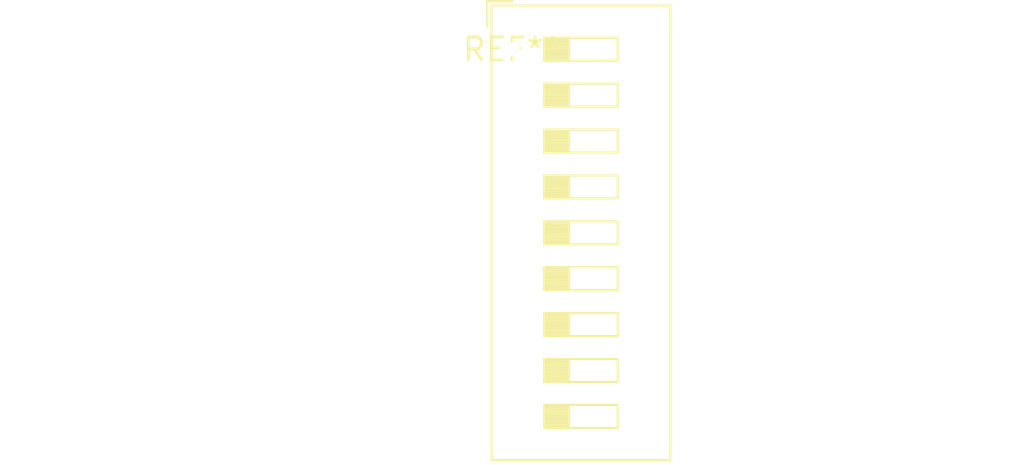
<source format=kicad_pcb>
(kicad_pcb (version 20240108) (generator pcbnew)
  (layers (0 "F.Cu" signal) (31 "B.Cu" signal) (34 "B.Paste" user) (35 "F.Paste" user) (36 "B.SilkS" user "B.Silkscreen") (37 "F.SilkS" user "F.Silkscreen") (38 "B.Mask" user) (39 "F.Mask" user) (44 "Edge.Cuts" user))
  (net 0 "")
  (footprint "SW_DIP_SPSTx09_Slide_9.78x25.04mm_W7.62mm_P2.54mm" (layer "F.Cu") (at 0 0)
    (property "Reference" "REF**")
    (property "Value" "SW_DIP_SPSTx09_Slide_9.78x25.04mm_W7.62mm_P2.54mm")
    (fp_line (start -1.38 -2.66) (end -1.38 -1.277) (layer "F.SilkS") (stroke (width 0.12)))
    (fp_line (start -1.38 -2.66) (end 0.004 -2.66) (layer "F.SilkS") (stroke (width 0.12)))
    (fp_line (start -1.14 -2.42) (end -1.14 22.74) (layer "F.SilkS") (stroke (width 0.12)))
    (fp_line (start -1.14 -2.42) (end 8.76 -2.42) (layer "F.SilkS") (stroke (width 0.12)))
    (fp_line (start -1.14 22.74) (end 8.76 22.74) (layer "F.SilkS") (stroke (width 0.12)))
    (fp_line (start 1.78 -0.635) (end 1.78 0.635) (layer "F.SilkS") (stroke (width 0.12)))
    (fp_line (start 1.78 -0.515) (end 3.133333 -0.515) (layer "F.SilkS") (stroke (width 0.12)))
    (fp_line (start 1.78 -0.395) (end 3.133333 -0.395) (layer "F.SilkS") (stroke (width 0.12)))
    (fp_line (start 1.78 -0.275) (end 3.133333 -0.275) (layer "F.SilkS") (stroke (width 0.12)))
    (fp_line (start 1.78 -0.155) (end 3.133333 -0.155) (layer "F.SilkS") (stroke (width 0.12)))
    (fp_line (start 1.78 -0.035) (end 3.133333 -0.035) (layer "F.SilkS") (stroke (width 0.12)))
    (fp_line (start 1.78 0.085) (end 3.133333 0.085) (layer "F.SilkS") (stroke (width 0.12)))
    (fp_line (start 1.78 0.205) (end 3.133333 0.205) (layer "F.SilkS") (stroke (width 0.12)))
    (fp_line (start 1.78 0.325) (end 3.133333 0.325) (layer "F.SilkS") (stroke (width 0.12)))
    (fp_line (start 1.78 0.445) (end 3.133333 0.445) (layer "F.SilkS") (stroke (width 0.12)))
    (fp_line (start 1.78 0.565) (end 3.133333 0.565) (layer "F.SilkS") (stroke (width 0.12)))
    (fp_line (start 1.78 0.635) (end 5.84 0.635) (layer "F.SilkS") (stroke (width 0.12)))
    (fp_line (start 1.78 1.905) (end 1.78 3.175) (layer "F.SilkS") (stroke (width 0.12)))
    (fp_line (start 1.78 2.025) (end 3.133333 2.025) (layer "F.SilkS") (stroke (width 0.12)))
    (fp_line (start 1.78 2.145) (end 3.133333 2.145) (layer "F.SilkS") (stroke (width 0.12)))
    (fp_line (start 1.78 2.265) (end 3.133333 2.265) (layer "F.SilkS") (stroke (width 0.12)))
    (fp_line (start 1.78 2.385) (end 3.133333 2.385) (layer "F.SilkS") (stroke (width 0.12)))
    (fp_line (start 1.78 2.505) (end 3.133333 2.505) (layer "F.SilkS") (stroke (width 0.12)))
    (fp_line (start 1.78 2.625) (end 3.133333 2.625) (layer "F.SilkS") (stroke (width 0.12)))
    (fp_line (start 1.78 2.745) (end 3.133333 2.745) (layer "F.SilkS") (stroke (width 0.12)))
    (fp_line (start 1.78 2.865) (end 3.133333 2.865) (layer "F.SilkS") (stroke (width 0.12)))
    (fp_line (start 1.78 2.985) (end 3.133333 2.985) (layer "F.SilkS") (stroke (width 0.12)))
    (fp_line (start 1.78 3.105) (end 3.133333 3.105) (layer "F.SilkS") (stroke (width 0.12)))
    (fp_line (start 1.78 3.175) (end 5.84 3.175) (layer "F.SilkS") (stroke (width 0.12)))
    (fp_line (start 1.78 4.445) (end 1.78 5.715) (layer "F.SilkS") (stroke (width 0.12)))
    (fp_line (start 1.78 4.565) (end 3.133333 4.565) (layer "F.SilkS") (stroke (width 0.12)))
    (fp_line (start 1.78 4.685) (end 3.133333 4.685) (layer "F.SilkS") (stroke (width 0.12)))
    (fp_line (start 1.78 4.805) (end 3.133333 4.805) (layer "F.SilkS") (stroke (width 0.12)))
    (fp_line (start 1.78 4.925) (end 3.133333 4.925) (layer "F.SilkS") (stroke (width 0.12)))
    (fp_line (start 1.78 5.045) (end 3.133333 5.045) (layer "F.SilkS") (stroke (width 0.12)))
    (fp_line (start 1.78 5.165) (end 3.133333 5.165) (layer "F.SilkS") (stroke (width 0.12)))
    (fp_line (start 1.78 5.285) (end 3.133333 5.285) (layer "F.SilkS") (stroke (width 0.12)))
    (fp_line (start 1.78 5.405) (end 3.133333 5.405) (layer "F.SilkS") (stroke (width 0.12)))
    (fp_line (start 1.78 5.525) (end 3.133333 5.525) (layer "F.SilkS") (stroke (width 0.12)))
    (fp_line (start 1.78 5.645) (end 3.133333 5.645) (layer "F.SilkS") (stroke (width 0.12)))
    (fp_line (start 1.78 5.715) (end 5.84 5.715) (layer "F.SilkS") (stroke (width 0.12)))
    (fp_line (start 1.78 6.985) (end 1.78 8.255) (layer "F.SilkS") (stroke (width 0.12)))
    (fp_line (start 1.78 7.105) (end 3.133333 7.105) (layer "F.SilkS") (stroke (width 0.12)))
    (fp_line (start 1.78 7.225) (end 3.133333 7.225) (layer "F.SilkS") (stroke (width 0.12)))
    (fp_line (start 1.78 7.345) (end 3.133333 7.345) (layer "F.SilkS") (stroke (width 0.12)))
    (fp_line (start 1.78 7.465) (end 3.133333 7.465) (layer "F.SilkS") (stroke (width 0.12)))
    (fp_line (start 1.78 7.585) (end 3.133333 7.585) (layer "F.SilkS") (stroke (width 0.12)))
    (fp_line (start 1.78 7.705) (end 3.133333 7.705) (layer "F.SilkS") (stroke (width 0.12)))
    (fp_line (start 1.78 7.825) (end 3.133333 7.825) (layer "F.SilkS") (stroke (width 0.12)))
    (fp_line (start 1.78 7.945) (end 3.133333 7.945) (layer "F.SilkS") (stroke (width 0.12)))
    (fp_line (start 1.78 8.065) (end 3.133333 8.065) (layer "F.SilkS") (stroke (width 0.12)))
    (fp_line (start 1.78 8.185) (end 3.133333 8.185) (layer "F.SilkS") (stroke (width 0.12)))
    (fp_line (start 1.78 8.255) (end 5.84 8.255) (layer "F.SilkS") (stroke (width 0.12)))
    (fp_line (start 1.78 9.525) (end 1.78 10.795) (layer "F.SilkS") (stroke (width 0.12)))
    (fp_line (start 1.78 9.645) (end 3.133333 9.645) (layer "F.SilkS") (stroke (width 0.12)))
    (fp_line (start 1.78 9.765) (end 3.133333 9.765) (layer "F.SilkS") (stroke (width 0.12)))
    (fp_line (start 1.78 9.885) (end 3.133333 9.885) (layer "F.SilkS") (stroke (width 0.12)))
    (fp_line (start 1.78 10.005) (end 3.133333 10.005) (layer "F.SilkS") (stroke (width 0.12)))
    (fp_line (start 1.78 10.125) (end 3.133333 10.125) (layer "F.SilkS") (stroke (width 0.12)))
    (fp_line (start 1.78 10.245) (end 3.133333 10.245) (layer "F.SilkS") (stroke (width 0.12)))
    (fp_line (start 1.78 10.365) (end 3.133333 10.365) (layer "F.SilkS") (stroke (width 0.12)))
    (fp_line (start 1.78 10.485) (end 3.133333 10.485) (layer "F.SilkS") (stroke (width 0.12)))
    (fp_line (start 1.78 10.605) (end 3.133333 10.605) (layer "F.SilkS") (stroke (width 0.12)))
    (fp_line (start 1.78 10.725) (end 3.133333 10.725) (layer "F.SilkS") (stroke (width 0.12)))
    (fp_line (start 1.78 10.795) (end 5.84 10.795) (layer "F.SilkS") (stroke (width 0.12)))
    (fp_line (start 1.78 12.065) (end 1.78 13.335) (layer "F.SilkS") (stroke (width 0.12)))
    (fp_line (start 1.78 12.185) (end 3.133333 12.185) (layer "F.SilkS") (stroke (width 0.12)))
    (fp_line (start 1.78 12.305) (end 3.133333 12.305) (layer "F.SilkS") (stroke (width 0.12)))
    (fp_line (start 1.78 12.425) (end 3.133333 12.425) (layer "F.SilkS") (stroke (width 0.12)))
    (fp_line (start 1.78 12.545) (end 3.133333 12.545) (layer "F.SilkS") (stroke (width 0.12)))
    (fp_line (start 1.78 12.665) (end 3.133333 12.665) (layer "F.SilkS") (stroke (width 0.12)))
    (fp_line (start 1.78 12.785) (end 3.133333 12.785) (layer "F.SilkS") (stroke (width 0.12)))
    (fp_line (start 1.78 12.905) (end 3.133333 12.905) (layer "F.SilkS") (stroke (width 0.12)))
    (fp_line (start 1.78 13.025) (end 3.133333 13.025) (layer "F.SilkS") (stroke (width 0.12)))
    (fp_line (start 1.78 13.145) (end 3.133333 13.145) (layer "F.SilkS") (stroke (width 0.12)))
    (fp_line (start 1.78 13.265) (end 3.133333 13.265) (layer "F.SilkS") (stroke (width 0.12)))
    (fp_line (start 1.78 13.335) (end 5.84 13.335) (layer "F.SilkS") (stroke (width 0.12)))
    (fp_line (start 1.78 14.605) (end 1.78 15.875) (layer "F.SilkS") (stroke (width 0.12)))
    (fp_line (start 1.78 14.725) (end 3.133333 14.725) (layer "F.SilkS") (stroke (width 0.12)))
    (fp_line (start 1.78 14.845) (end 3.133333 14.845) (layer "F.SilkS") (stroke (width 0.12)))
    (fp_line (start 1.78 14.965) (end 3.133333 14.965) (layer "F.SilkS") (stroke (width 0.12)))
    (fp_line (start 1.78 15.085) (end 3.133333 15.085) (layer "F.SilkS") (stroke (width 0.12)))
    (fp_line (start 1.78 15.205) (end 3.133333 15.205) (layer "F.SilkS") (stroke (width 0.12)))
    (fp_line (start 1.78 15.325) (end 3.133333 15.325) (layer "F.SilkS") (stroke (width 0.12)))
    (fp_line (start 1.78 15.445) (end 3.133333 15.445) (layer "F.SilkS") (stroke (width 0.12)))
    (fp_line (start 1.78 15.565) (end 3.133333 15.565) (layer "F.SilkS") (stroke (width 0.12)))
    (fp_line (start 1.78 15.685) (end 3.133333 15.685) (layer "F.SilkS") (stroke (width 0.12)))
    (fp_line (start 1.78 15.805) (end 3.133333 15.805) (layer "F.SilkS") (stroke (width 0.12)))
    (fp_line (start 1.78 15.875) (end 5.84 15.875) (layer "F.SilkS") (stroke (width 0.12)))
    (fp_line (start 1.78 17.145) (end 1.78 18.415) (layer "F.SilkS") (stroke (width 0.12)))
    (fp_line (start 1.78 17.265) (end 3.133333 17.265) (layer "F.SilkS") (stroke (width 0.12)))
    (fp_line (start 1.78 17.385) (end 3.133333 17.385) (layer "F.SilkS") (stroke (width 0.12)))
    (fp_line (start 1.78 17.505) (end 3.133333 17.505) (layer "F.SilkS") (stroke (width 0.12)))
    (fp_line (start 1.78 17.625) (end 3.133333 17.625) (layer "F.SilkS") (stroke (width 0.12)))
    (fp_line (start 1.78 17.745) (end 3.133333 17.745) (layer "F.SilkS") (stroke (width 0.12)))
    (fp_line (start 1.78 17.865) (end 3.133333 17.865) (layer "F.SilkS") (stroke (width 0.12)))
    (fp_line (start 1.78 17.985) (end 3.133333 17.985) (layer "F.SilkS") (stroke (width 0.12)))
    (fp_line (start 1.78 18.105) (end 3.133333 18.105) (layer "F.SilkS") (stroke (width 0.12)))
    (fp_line (start 1.78 18.225) (end 3.133333 18.225) (layer "F.SilkS") (stroke (width 0.12)))
    (fp_line (start 1.78 18.345) (end 3.133333 18.345) (layer "F.SilkS") (stroke (width 0.12)))
    (fp_line (start 1.78 18.415) (end 5.84 18.415) (layer "F.SilkS") (stroke (width 0.12)))
    (fp_line (start 1.78 19.685) (end 1.78 20.955) (layer "F.SilkS") (stroke (width 0.12)))
    (fp_line (start 1.78 19.805) (end 3.133333 19.805) (layer "F.SilkS") (stroke (width 0.12)))
    (fp_line (start 1.78 19.925) (end 3.133333 19.925) (layer "F.SilkS") (stroke (width 0.12)))
    (fp_line (start 1.78 20.045) (end 3.133333 20.045) (layer "F.SilkS") (stroke (width 0.12)))
    (fp_line (start 1.78 20.165) (end 3.133333 20.165) (layer "F.SilkS") (stroke (width 0.12)))
    (fp_line (start 1.78 20.285) (end 3.133333 20.285) (layer "F.SilkS") (stroke (width 0.12)))
    (fp_line (start 1.78 20.405) (end 3.133333 20.405) (layer "F.SilkS") (stroke (width 0.12)))
    (fp_line (start 1.78 20.525) (end 3.133333 20.525) (layer "F.SilkS") (stroke (width 0.12)))
    (fp_line (start 1.78 20.645) (end 3.133333 20.645) (layer "F.SilkS") (stroke (width 0.12)))
    (fp_line (start 1.78 20.765) (end 3.133333 20.765) (layer "F.SilkS") (stroke (width 0.12)))
    (fp_line (start 1.78 20.885) (end 3.133333 20.885) (layer "F.SilkS") (stroke (width 0.12)))
    (fp_line (start 1.78 20.955) (end 5.84 20.955) (layer "F.SilkS") (stroke (width 0.12)))
    (fp_line (start 3.133333 -0.635) (end 3.133333 0.635) (layer "F.SilkS") (stroke (width 0.12)))
    (fp_line (start 3.133333 1.905) (end 3.133333 3.175) (layer "F.SilkS") (stroke (width 0.12)))
    (fp_line (start 3.133333 4.445) (end 3.133333 5.715) (layer "F.SilkS") (stroke (width 0.12)))
    (fp_line (start 3.133333 6.985) (end 3.133333 8.255) (layer "F.SilkS") (stroke (width 0.12)))
    (fp_line (start 3.133333 9.525) (end 3.133333 10.795) (layer "F.SilkS") (stroke (width 0.12)))
    (fp_line (start 3.133333 12.065) (end 3.133333 13.335) (layer "F.SilkS") (stroke (width 0.12)))
    (fp_line (start 3.133333 14.605) (end 3.133333 15.875) (layer "F.SilkS") (stroke (width 0.12)))
    (fp_line (start 3.133333 17.145) (end 3.133333 18.415) (layer "F.SilkS") (stroke (width 0.12)))
    (fp_line (start 3.133333 19.685) (end 3.133333 20.955) (layer "F.SilkS") (stroke (width 0.12)))
    (fp_line (start 5.84 -0.635) (end 1.78 -0.635) (layer "F.SilkS") (stroke (width 0.12)))
    (fp_line (start 5.84 0.635) (end 5.84 -0.635) (layer "F.SilkS") (stroke (width 0.12)))
    (fp_line (start 5.84 1.905) (end 1.78 1.905) (layer "F.SilkS") (stroke (width 0.12)))
    (fp_line (start 5.84 3.175) (end 5.84 1.905) (layer "F.SilkS") (stroke (width 0.12)))
    (fp_line (start 5.84 4.445) (end 1.78 4.445) (layer "F.SilkS") (stroke (width 0.12)))
    (fp_line (start 5.84 5.715) (end 5.84 4.445) (layer "F.SilkS") (stroke (width 0.12)))
    (fp_line (start 5.84 6.985) (end 1.78 6.985) (layer "F.SilkS") (stroke (width 0.12)))
    (fp_line (start 5.84 8.255) (end 5.84 6.985) (layer "F.SilkS") (stroke (width 0.12)))
    (fp_line (start 5.84 9.525) (end 1.78 9.525) (layer "F.SilkS") (stroke (width 0.12)))
    (fp_line (start 5.84 10.795) (end 5.84 9.525) (layer "F.SilkS") (stroke (width 0.12)))
    (fp_line (start 5.84 12.065) (end 1.78 12.065) (layer "F.SilkS") (stroke (width 0.12)))
    (fp_line (start 5.84 13.335) (end 5.84 12.065) (layer "F.SilkS") (stroke (width 0.12)))
    (fp_line (start 5.84 14.605) (end 1.78 14.605) (layer "F.SilkS") (stroke (width 0.12)))
    (fp_line (start 5.84 15.875) (end 5.84 14.605) (layer "F.SilkS") (stroke (width 0.12)))
    (fp_line (start 5.84 17.145) (end 1.78 17.145) (layer "F.SilkS") (stroke (width 0.12)))
    (fp_line (start 5.84 18.415) (end 5.84 17.145) (layer "F.SilkS") (stroke (width 0.12)))
    (fp_line (start 5.84 19.685) (end 1.78 19.685) (layer "F.SilkS") (stroke (width 0.12)))
    (fp_line (start 5.84 20.955) (end 5.84 19.685) (layer "F.SilkS") (stroke (width 0.12)))
    (fp_line (start 8.76 -2.42) (end 8.76 22.74) (layer "F.SilkS") (stroke (width 0.12)))
    (pad "1" thru_hole rect (at 0 0) (size 1.6 1.6) (drill 0.8) (layers *.Cu *.Mask) (remove_unused_layers))
    (pad "2" thru_hole oval (at 0 2.54) (size 1.6 1.6) (drill 0.8) (layers *.Cu *.Mask) (remove_unused_layers))
    (pad "3" thru_hole oval (at 0 5.08) (size 1.6 1.6) (drill 0.8) (layers *.Cu *.Mask) (remove_unused_layers))
    (pad "4" thru_hole oval (at 0 7.62) (size 1.6 1.6) (drill 0.8) (layers *.Cu *.Mask) (remove_unused_layers))
    (pad "5" thru_hole oval (at 0 10.16) (size 1.6 1.6) (drill 0.8) (layers *.Cu *.Mask) (remove_unused_layers))
    (pad "6" thru_hole oval (at 0 12.7) (size 1.6 1.6) (drill 0.8) (layers *.Cu *.Mask) (remove_unused_layers))
    (pad "7" thru_hole oval (at 0 15.24) (size 1.6 1.6) (drill 0.8) (layers *.Cu *.Mask) (remove_unused_layers))
    (pad "8" thru_hole oval (at 0 17.78) (size 1.6 1.6) (drill 0.8) (layers *.Cu *.Mask) (remove_unused_layers))
    (pad "9" thru_hole oval (at 0 20.32) (size 1.6 1.6) (drill 0.8) (layers *.Cu *.Mask) (remove_unused_layers))
    (pad "10" thru_hole oval (at 7.62 20.32) (size 1.6 1.6) (drill 0.8) (layers *.Cu *.Mask) (remove_unused_layers))
    (pad "11" thru_hole oval (at 7.62 17.78) (size 1.6 1.6) (drill 0.8) (layers *.Cu *.Mask) (remove_unused_layers))
    (pad "12" thru_hole oval (at 7.62 15.24) (size 1.6 1.6) (drill 0.8) (layers *.Cu *.Mask) (remove_unused_layers))
    (pad "13" thru_hole oval (at 7.62 12.7) (size 1.6 1.6) (drill 0.8) (layers *.Cu *.Mask) (remove_unused_layers))
    (pad "14" thru_hole oval (at 7.62 10.16) (size 1.6 1.6) (drill 0.8) (layers *.Cu *.Mask) (remove_unused_layers))
    (pad "15" thru_hole oval (at 7.62 7.62) (size 1.6 1.6) (drill 0.8) (layers *.Cu *.Mask) (remove_unused_layers))
    (pad "16" thru_hole oval (at 7.62 5.08) (size 1.6 1.6) (drill 0.8) (layers *.Cu *.Mask) (remove_unused_layers))
    (pad "17" thru_hole oval (at 7.62 2.54) (size 1.6 1.6) (drill 0.8) (layers *.Cu *.Mask) (remove_unused_layers))
    (pad "18" thru_hole oval (at 7.62 0) (size 1.6 1.6) (drill 0.8) (layers *.Cu *.Mask) (remove_unused_layers))
  )
)
</source>
